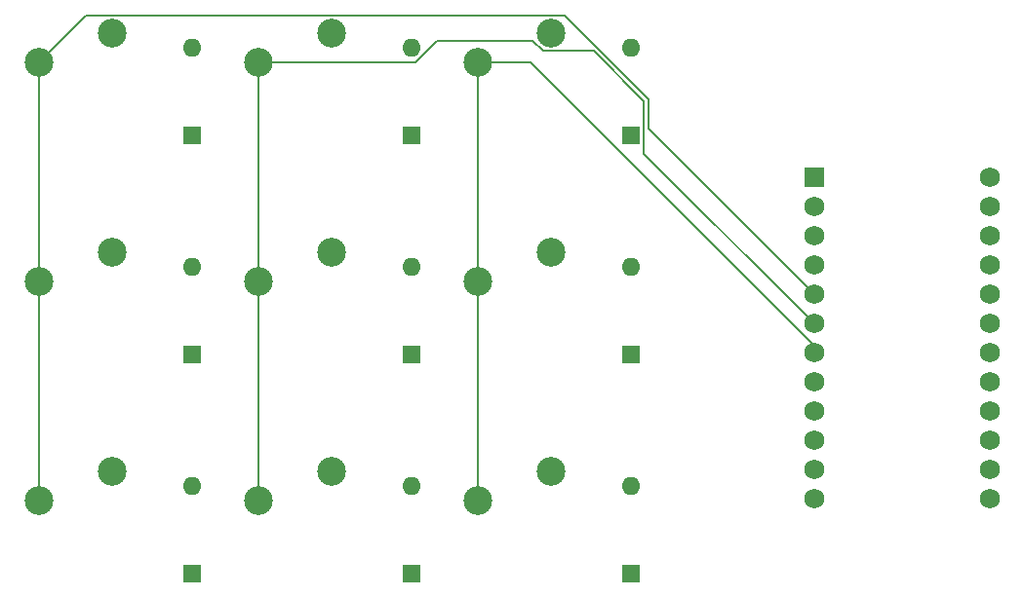
<source format=gbr>
%TF.GenerationSoftware,KiCad,Pcbnew,9.0.2*%
%TF.CreationDate,2025-06-28T14:34:15-07:00*%
%TF.ProjectId,untitled,756e7469-746c-4656-942e-6b696361645f,rev?*%
%TF.SameCoordinates,Original*%
%TF.FileFunction,Copper,L2,Bot*%
%TF.FilePolarity,Positive*%
%FSLAX46Y46*%
G04 Gerber Fmt 4.6, Leading zero omitted, Abs format (unit mm)*
G04 Created by KiCad (PCBNEW 9.0.2) date 2025-06-28 14:34:15*
%MOMM*%
%LPD*%
G01*
G04 APERTURE LIST*
%TA.AperFunction,ComponentPad*%
%ADD10C,2.500000*%
%TD*%
%TA.AperFunction,ComponentPad*%
%ADD11R,1.752600X1.752600*%
%TD*%
%TA.AperFunction,ComponentPad*%
%ADD12C,1.752600*%
%TD*%
%TA.AperFunction,ComponentPad*%
%ADD13R,1.600000X1.600000*%
%TD*%
%TA.AperFunction,ComponentPad*%
%ADD14O,1.600000X1.600000*%
%TD*%
%TA.AperFunction,Conductor*%
%ADD15C,0.200000*%
%TD*%
G04 APERTURE END LIST*
D10*
%TO.P,S4,1,1*%
%TO.N,Column 0*%
X96520000Y-92710000D03*
%TO.P,S4,2,2*%
%TO.N,Net-(D4-A)*%
X102870000Y-90170000D03*
%TD*%
%TO.P,S6,1,1*%
%TO.N,Column 2*%
X134620000Y-92710000D03*
%TO.P,S6,2,2*%
%TO.N,Net-(D6-A)*%
X140970000Y-90170000D03*
%TD*%
%TO.P,S9,1,1*%
%TO.N,Column 2*%
X134620000Y-111760000D03*
%TO.P,S9,2,2*%
%TO.N,Net-(D9-A)*%
X140970000Y-109220000D03*
%TD*%
%TO.P,S5,1,1*%
%TO.N,Column 1*%
X115570000Y-92710000D03*
%TO.P,S5,2,2*%
%TO.N,Net-(D5-A)*%
X121920000Y-90170000D03*
%TD*%
%TO.P,S2,1,1*%
%TO.N,Column 1*%
X115570000Y-73660000D03*
%TO.P,S2,2,2*%
%TO.N,Net-(D2-A)*%
X121920000Y-71120000D03*
%TD*%
D11*
%TO.P,U1,1,TX0/PD3*%
%TO.N,unconnected-(U1-TX0{slash}PD3-Pad1)*%
X163830000Y-83661250D03*
D12*
%TO.P,U1,2,RX1/PD2*%
%TO.N,unconnected-(U1-RX1{slash}PD2-Pad2)*%
X163830000Y-86201250D03*
%TO.P,U1,3,GND*%
%TO.N,unconnected-(U1-GND-Pad3)*%
X163830000Y-88741250D03*
%TO.P,U1,4,GND*%
%TO.N,unconnected-(U1-GND-Pad4)*%
X163830000Y-91281250D03*
%TO.P,U1,5,2/PD1*%
%TO.N,Column 0*%
X163830000Y-93821250D03*
%TO.P,U1,6,3/PD0*%
%TO.N,Column 1*%
X163830000Y-96361250D03*
%TO.P,U1,7,4/PD4*%
%TO.N,Column 2*%
X163830000Y-98901250D03*
%TO.P,U1,8,5/PC6*%
%TO.N,Row 0*%
X163830000Y-101441250D03*
%TO.P,U1,9,6/PD7*%
%TO.N,Row 1*%
X163830000Y-103981250D03*
%TO.P,U1,10,7/PE6*%
%TO.N,Row 2*%
X163830000Y-106521250D03*
%TO.P,U1,11,8/PB4*%
%TO.N,unconnected-(U1-8{slash}PB4-Pad11)*%
X163830000Y-109061250D03*
%TO.P,U1,12,9/PB5*%
%TO.N,unconnected-(U1-9{slash}PB5-Pad12)*%
X163830000Y-111601250D03*
%TO.P,U1,13,10/PB6*%
%TO.N,unconnected-(U1-10{slash}PB6-Pad13)*%
X179070000Y-111601250D03*
%TO.P,U1,14,16/PB2*%
%TO.N,unconnected-(U1-16{slash}PB2-Pad14)*%
X179070000Y-109061250D03*
%TO.P,U1,15,14/PB3*%
%TO.N,unconnected-(U1-14{slash}PB3-Pad15)*%
X179070000Y-106521250D03*
%TO.P,U1,16,15/PB1*%
%TO.N,unconnected-(U1-15{slash}PB1-Pad16)*%
X179070000Y-103981250D03*
%TO.P,U1,17,A0/PF7*%
%TO.N,unconnected-(U1-A0{slash}PF7-Pad17)*%
X179070000Y-101441250D03*
%TO.P,U1,18,A1/PF6*%
%TO.N,unconnected-(U1-A1{slash}PF6-Pad18)*%
X179070000Y-98901250D03*
%TO.P,U1,19,A2/PF5*%
%TO.N,unconnected-(U1-A2{slash}PF5-Pad19)*%
X179070000Y-96361250D03*
%TO.P,U1,20,A3/PF4*%
%TO.N,unconnected-(U1-A3{slash}PF4-Pad20)*%
X179070000Y-93821250D03*
%TO.P,U1,21,VCC*%
%TO.N,unconnected-(U1-VCC-Pad21)*%
X179070000Y-91281250D03*
%TO.P,U1,22,RST*%
%TO.N,unconnected-(U1-RST-Pad22)*%
X179070000Y-88741250D03*
%TO.P,U1,23,GND*%
%TO.N,unconnected-(U1-GND-Pad23)*%
X179070000Y-86201250D03*
%TO.P,U1,24,RAW*%
%TO.N,unconnected-(U1-RAW-Pad24)*%
X179070000Y-83661250D03*
%TD*%
D10*
%TO.P,S8,1,1*%
%TO.N,Column 1*%
X115570000Y-111760000D03*
%TO.P,S8,2,2*%
%TO.N,Net-(D8-A)*%
X121920000Y-109220000D03*
%TD*%
%TO.P,S7,1,1*%
%TO.N,Column 0*%
X96520000Y-111760000D03*
%TO.P,S7,2,2*%
%TO.N,Net-(D7-A)*%
X102870000Y-109220000D03*
%TD*%
%TO.P,S3,1,1*%
%TO.N,Column 2*%
X134620000Y-73660000D03*
%TO.P,S3,2,2*%
%TO.N,Net-(D3-A)*%
X140970000Y-71120000D03*
%TD*%
%TO.P,S1,1,1*%
%TO.N,Column 0*%
X96520000Y-73660000D03*
%TO.P,S1,2,2*%
%TO.N,Net-(D1-A)*%
X102870000Y-71120000D03*
%TD*%
D13*
%TO.P,D7,1,K*%
%TO.N,Row 2*%
X109855000Y-118110000D03*
D14*
%TO.P,D7,2,A*%
%TO.N,Net-(D7-A)*%
X109855000Y-110490000D03*
%TD*%
D13*
%TO.P,D3,1,K*%
%TO.N,Row 0*%
X147955000Y-80010000D03*
D14*
%TO.P,D3,2,A*%
%TO.N,Net-(D3-A)*%
X147955000Y-72390000D03*
%TD*%
D13*
%TO.P,D2,1,K*%
%TO.N,Row 0*%
X128905000Y-80010000D03*
D14*
%TO.P,D2,2,A*%
%TO.N,Net-(D2-A)*%
X128905000Y-72390000D03*
%TD*%
D13*
%TO.P,D5,1,K*%
%TO.N,Row 1*%
X128905000Y-99060000D03*
D14*
%TO.P,D5,2,A*%
%TO.N,Net-(D5-A)*%
X128905000Y-91440000D03*
%TD*%
D13*
%TO.P,D8,1,K*%
%TO.N,Row 2*%
X128905000Y-118110000D03*
D14*
%TO.P,D8,2,A*%
%TO.N,Net-(D8-A)*%
X128905000Y-110490000D03*
%TD*%
D13*
%TO.P,D4,1,K*%
%TO.N,Row 1*%
X109855000Y-99060000D03*
D14*
%TO.P,D4,2,A*%
%TO.N,Net-(D4-A)*%
X109855000Y-91440000D03*
%TD*%
D13*
%TO.P,D1,1,K*%
%TO.N,Row 0*%
X109855000Y-80010000D03*
D14*
%TO.P,D1,2,A*%
%TO.N,Net-(D1-A)*%
X109855000Y-72390000D03*
%TD*%
D13*
%TO.P,D6,1,K*%
%TO.N,Row 1*%
X147955000Y-99060000D03*
D14*
%TO.P,D6,2,A*%
%TO.N,Net-(D6-A)*%
X147955000Y-91440000D03*
%TD*%
D13*
%TO.P,D9,1,K*%
%TO.N,Row 2*%
X147955000Y-118110000D03*
D14*
%TO.P,D9,2,A*%
%TO.N,Net-(D9-A)*%
X147955000Y-110490000D03*
%TD*%
D15*
%TO.N,Column 0*%
X96520000Y-73660000D02*
X96520000Y-111760000D01*
X100611000Y-69569000D02*
X96520000Y-73660000D01*
X149457000Y-76846454D02*
X142179546Y-69569000D01*
X149457000Y-79448250D02*
X149457000Y-76846454D01*
X163830000Y-93821250D02*
X149457000Y-79448250D01*
X142179546Y-69569000D02*
X100611000Y-69569000D01*
%TO.N,Column 1*%
X149056000Y-77012554D02*
X144714446Y-72671000D01*
X129192050Y-73660000D02*
X115570000Y-73660000D01*
X140327554Y-72671000D02*
X139419000Y-71762446D01*
X139419000Y-71762446D02*
X131089604Y-71762446D01*
X149056000Y-81587250D02*
X149056000Y-77012554D01*
X115570000Y-73660000D02*
X115570000Y-111760000D01*
X131089604Y-71762446D02*
X129192050Y-73660000D01*
X144714446Y-72671000D02*
X140327554Y-72671000D01*
X163830000Y-96361250D02*
X149056000Y-81587250D01*
%TO.N,Column 2*%
X134620000Y-73660000D02*
X134620000Y-111760000D01*
X163830000Y-98275184D02*
X139214816Y-73660000D01*
X139214816Y-73660000D02*
X134620000Y-73660000D01*
X163830000Y-98901250D02*
X163830000Y-98275184D01*
%TD*%
M02*

</source>
